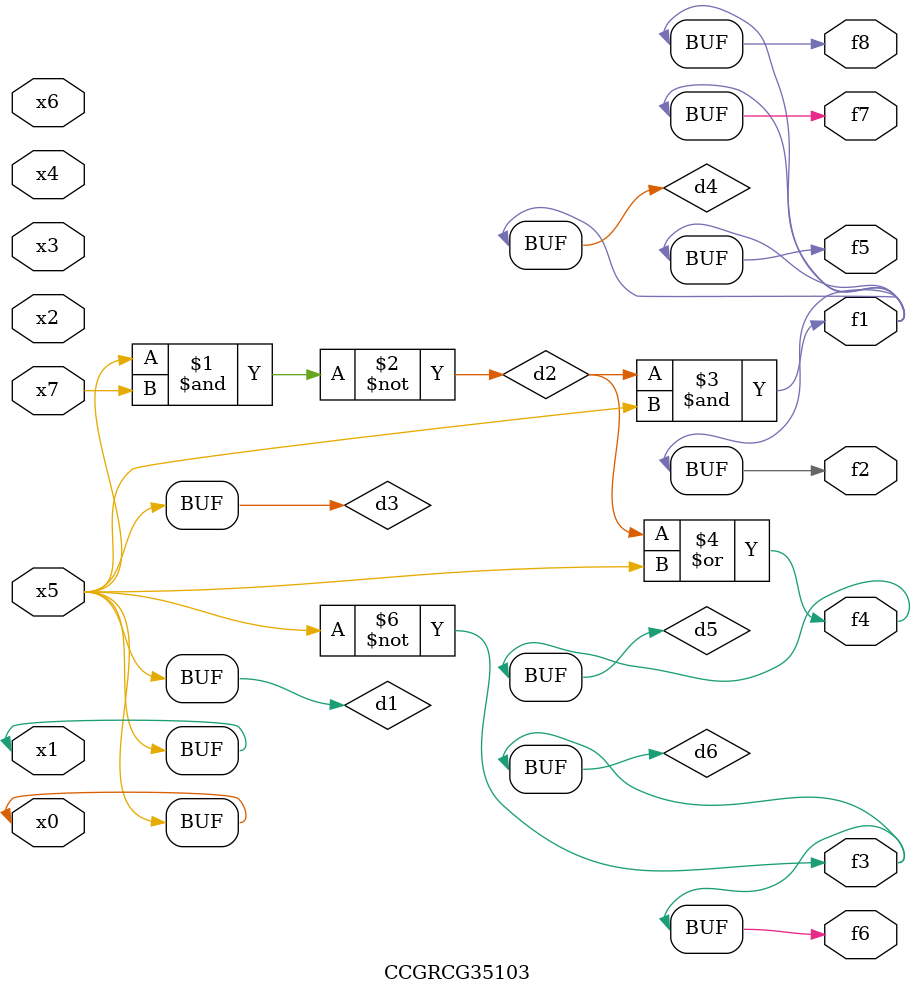
<source format=v>
module CCGRCG35103(
	input x0, x1, x2, x3, x4, x5, x6, x7,
	output f1, f2, f3, f4, f5, f6, f7, f8
);

	wire d1, d2, d3, d4, d5, d6;

	buf (d1, x0, x5);
	nand (d2, x5, x7);
	buf (d3, x0, x1);
	and (d4, d2, d3);
	or (d5, d2, d3);
	nor (d6, d1, d3);
	assign f1 = d4;
	assign f2 = d4;
	assign f3 = d6;
	assign f4 = d5;
	assign f5 = d4;
	assign f6 = d6;
	assign f7 = d4;
	assign f8 = d4;
endmodule

</source>
